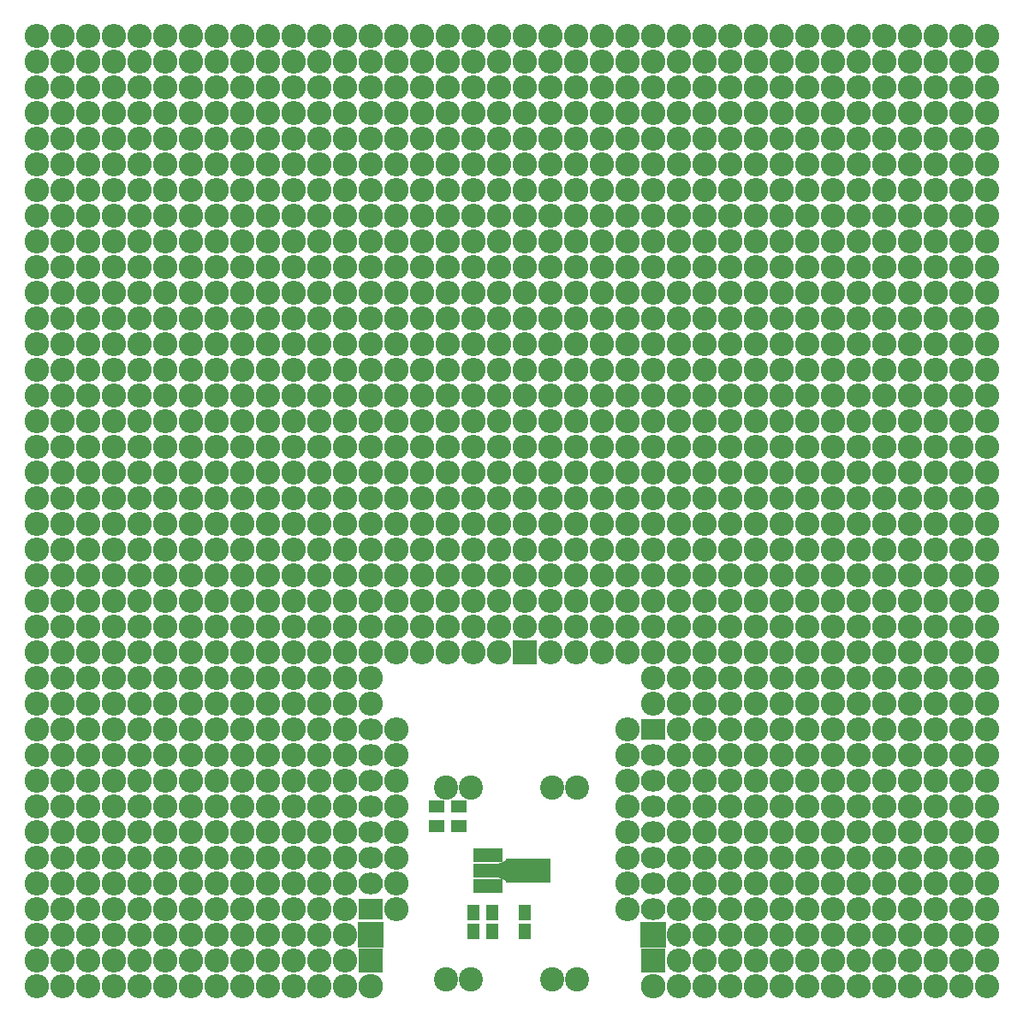
<source format=gbr>
G04 #@! TF.FileFunction,Soldermask,Top*
%FSLAX46Y46*%
G04 Gerber Fmt 4.6, Leading zero omitted, Abs format (unit mm)*
G04 Created by KiCad (PCBNEW 4.0.4+e1-6308~48~ubuntu16.04.1-stable) date Wed Dec 14 21:01:21 2016*
%MOMM*%
%LPD*%
G01*
G04 APERTURE LIST*
%ADD10C,0.100000*%
%ADD11O,2.400000X2.400000*%
%ADD12R,1.150000X1.600000*%
%ADD13R,2.432000X2.432000*%
%ADD14O,2.432000X2.432000*%
%ADD15R,1.600000X1.300000*%
%ADD16R,2.432000X2.127200*%
%ADD17O,2.432000X2.127200*%
%ADD18C,2.400000*%
%ADD19R,2.901900X1.400760*%
%ADD20R,4.400500X2.398980*%
%ADD21R,2.635200X2.635200*%
G04 APERTURE END LIST*
D10*
D11*
X86900000Y-128540000D03*
X114840000Y-128540000D03*
X117380000Y-126000000D03*
X114840000Y-126000000D03*
X86900000Y-126000000D03*
X84360000Y-126000000D03*
X86900000Y-105680000D03*
X86900000Y-108220000D03*
X86900000Y-110760000D03*
X84360000Y-110760000D03*
X84360000Y-108220000D03*
X84360000Y-105680000D03*
X84360000Y-98060000D03*
X84360000Y-100600000D03*
X84360000Y-103140000D03*
X86900000Y-103140000D03*
X86900000Y-100600000D03*
X86900000Y-98060000D03*
X86900000Y-113300000D03*
X86900000Y-115840000D03*
X86900000Y-118380000D03*
X84360000Y-118380000D03*
X84360000Y-115840000D03*
X84360000Y-113300000D03*
X84360000Y-120920000D03*
X84360000Y-123460000D03*
X86900000Y-123460000D03*
X86900000Y-120920000D03*
X86900000Y-90440000D03*
X86900000Y-92980000D03*
X86900000Y-95520000D03*
X84360000Y-95520000D03*
X84360000Y-92980000D03*
X84360000Y-90440000D03*
X84360000Y-82820000D03*
X84360000Y-85360000D03*
X84360000Y-87900000D03*
X86900000Y-87900000D03*
X86900000Y-85360000D03*
X86900000Y-82820000D03*
X86900000Y-67580000D03*
X86900000Y-70120000D03*
X86900000Y-72660000D03*
X84360000Y-72660000D03*
X84360000Y-70120000D03*
X84360000Y-67580000D03*
X84360000Y-75200000D03*
X84360000Y-77740000D03*
X84360000Y-80280000D03*
X86900000Y-80280000D03*
X86900000Y-77740000D03*
X86900000Y-75200000D03*
X86900000Y-62500000D03*
X86900000Y-65040000D03*
X84360000Y-65040000D03*
X84360000Y-62500000D03*
X89440000Y-62500000D03*
X89440000Y-65040000D03*
X91980000Y-65040000D03*
X91980000Y-62500000D03*
X97060000Y-62500000D03*
X97060000Y-65040000D03*
X94520000Y-65040000D03*
X94520000Y-62500000D03*
X104680000Y-62500000D03*
X104680000Y-65040000D03*
X107220000Y-65040000D03*
X107220000Y-62500000D03*
X102140000Y-62500000D03*
X102140000Y-65040000D03*
X99600000Y-65040000D03*
X99600000Y-62500000D03*
X114840000Y-62500000D03*
X114840000Y-65040000D03*
X117380000Y-65040000D03*
X117380000Y-62500000D03*
X109760000Y-62500000D03*
X109760000Y-65040000D03*
X112300000Y-65040000D03*
X112300000Y-62500000D03*
X112300000Y-75200000D03*
X112300000Y-77740000D03*
X112300000Y-80280000D03*
X109760000Y-80280000D03*
X109760000Y-77740000D03*
X109760000Y-75200000D03*
X117380000Y-75200000D03*
X117380000Y-77740000D03*
X117380000Y-80280000D03*
X114840000Y-80280000D03*
X114840000Y-77740000D03*
X114840000Y-75200000D03*
X99600000Y-75200000D03*
X99600000Y-77740000D03*
X99600000Y-80280000D03*
X102140000Y-80280000D03*
X102140000Y-77740000D03*
X102140000Y-75200000D03*
X107220000Y-75200000D03*
X107220000Y-77740000D03*
X107220000Y-80280000D03*
X104680000Y-80280000D03*
X104680000Y-77740000D03*
X104680000Y-75200000D03*
X94520000Y-75200000D03*
X94520000Y-77740000D03*
X94520000Y-80280000D03*
X97060000Y-80280000D03*
X97060000Y-77740000D03*
X97060000Y-75200000D03*
X91980000Y-75200000D03*
X91980000Y-77740000D03*
X91980000Y-80280000D03*
X89440000Y-80280000D03*
X89440000Y-77740000D03*
X89440000Y-75200000D03*
X89440000Y-67580000D03*
X89440000Y-70120000D03*
X89440000Y-72660000D03*
X91980000Y-72660000D03*
X91980000Y-70120000D03*
X91980000Y-67580000D03*
X97060000Y-67580000D03*
X97060000Y-70120000D03*
X97060000Y-72660000D03*
X94520000Y-72660000D03*
X94520000Y-70120000D03*
X94520000Y-67580000D03*
X104680000Y-67580000D03*
X104680000Y-70120000D03*
X104680000Y-72660000D03*
X107220000Y-72660000D03*
X107220000Y-70120000D03*
X107220000Y-67580000D03*
X102140000Y-67580000D03*
X102140000Y-70120000D03*
X102140000Y-72660000D03*
X99600000Y-72660000D03*
X99600000Y-70120000D03*
X99600000Y-67580000D03*
X114840000Y-67580000D03*
X114840000Y-70120000D03*
X114840000Y-72660000D03*
X117380000Y-72660000D03*
X117380000Y-70120000D03*
X117380000Y-67580000D03*
X109760000Y-67580000D03*
X109760000Y-70120000D03*
X109760000Y-72660000D03*
X112300000Y-72660000D03*
X112300000Y-70120000D03*
X112300000Y-67580000D03*
X112300000Y-82820000D03*
X112300000Y-85360000D03*
X112300000Y-87900000D03*
X109760000Y-87900000D03*
X109760000Y-85360000D03*
X109760000Y-82820000D03*
X117380000Y-82820000D03*
X117380000Y-85360000D03*
X117380000Y-87900000D03*
X114840000Y-87900000D03*
X114840000Y-85360000D03*
X114840000Y-82820000D03*
X99600000Y-82820000D03*
X99600000Y-85360000D03*
X99600000Y-87900000D03*
X102140000Y-87900000D03*
X102140000Y-85360000D03*
X102140000Y-82820000D03*
X107220000Y-82820000D03*
X107220000Y-85360000D03*
X107220000Y-87900000D03*
X104680000Y-87900000D03*
X104680000Y-85360000D03*
X104680000Y-82820000D03*
X94520000Y-82820000D03*
X94520000Y-85360000D03*
X94520000Y-87900000D03*
X97060000Y-87900000D03*
X97060000Y-85360000D03*
X97060000Y-82820000D03*
X91980000Y-82820000D03*
X91980000Y-85360000D03*
X91980000Y-87900000D03*
X89440000Y-87900000D03*
X89440000Y-85360000D03*
X89440000Y-82820000D03*
X89440000Y-90440000D03*
X89440000Y-92980000D03*
X89440000Y-95520000D03*
X91980000Y-95520000D03*
X91980000Y-92980000D03*
X91980000Y-90440000D03*
X97060000Y-90440000D03*
X97060000Y-92980000D03*
X97060000Y-95520000D03*
X94520000Y-95520000D03*
X94520000Y-92980000D03*
X94520000Y-90440000D03*
X104680000Y-90440000D03*
X104680000Y-92980000D03*
X104680000Y-95520000D03*
X107220000Y-95520000D03*
X107220000Y-92980000D03*
X107220000Y-90440000D03*
X102140000Y-90440000D03*
X102140000Y-92980000D03*
X102140000Y-95520000D03*
X99600000Y-95520000D03*
X99600000Y-92980000D03*
X99600000Y-90440000D03*
X114840000Y-90440000D03*
X114840000Y-92980000D03*
X114840000Y-95520000D03*
X117380000Y-95520000D03*
X117380000Y-92980000D03*
X117380000Y-90440000D03*
X109760000Y-90440000D03*
X109760000Y-92980000D03*
X109760000Y-95520000D03*
X112300000Y-95520000D03*
X112300000Y-92980000D03*
X112300000Y-90440000D03*
X112300000Y-120920000D03*
X112300000Y-123460000D03*
X109760000Y-123460000D03*
X109760000Y-120920000D03*
X117380000Y-120920000D03*
X117380000Y-123460000D03*
X114840000Y-123460000D03*
X114840000Y-120920000D03*
X99600000Y-120920000D03*
X102140000Y-120920000D03*
X107220000Y-120920000D03*
X107220000Y-123460000D03*
X104680000Y-123460000D03*
X104680000Y-120920000D03*
X94520000Y-120920000D03*
X94520000Y-123460000D03*
X97060000Y-123460000D03*
X97060000Y-120920000D03*
X91980000Y-120920000D03*
X91980000Y-123460000D03*
X89440000Y-123460000D03*
X89440000Y-120920000D03*
X89440000Y-113300000D03*
X89440000Y-115840000D03*
X89440000Y-118380000D03*
X91980000Y-118380000D03*
X91980000Y-115840000D03*
X91980000Y-113300000D03*
X97060000Y-113300000D03*
X97060000Y-115840000D03*
X97060000Y-118380000D03*
X94520000Y-118380000D03*
X94520000Y-115840000D03*
X94520000Y-113300000D03*
X104680000Y-113300000D03*
X104680000Y-115840000D03*
X104680000Y-118380000D03*
X107220000Y-118380000D03*
X107220000Y-115840000D03*
X107220000Y-113300000D03*
X102140000Y-113300000D03*
X102140000Y-115840000D03*
X102140000Y-118380000D03*
X99600000Y-118380000D03*
X99600000Y-115840000D03*
X99600000Y-113300000D03*
X114840000Y-113300000D03*
X114840000Y-115840000D03*
X114840000Y-118380000D03*
X117380000Y-118380000D03*
X117380000Y-115840000D03*
X117380000Y-113300000D03*
X109760000Y-113300000D03*
X109760000Y-115840000D03*
X109760000Y-118380000D03*
X112300000Y-118380000D03*
X112300000Y-115840000D03*
X112300000Y-113300000D03*
X112300000Y-98060000D03*
X112300000Y-100600000D03*
X112300000Y-103140000D03*
X109760000Y-103140000D03*
X109760000Y-100600000D03*
X109760000Y-98060000D03*
X117380000Y-98060000D03*
X117380000Y-100600000D03*
X117380000Y-103140000D03*
X114840000Y-103140000D03*
X114840000Y-100600000D03*
X114840000Y-98060000D03*
X99600000Y-98060000D03*
X99600000Y-100600000D03*
X99600000Y-103140000D03*
X102140000Y-103140000D03*
X102140000Y-100600000D03*
X102140000Y-98060000D03*
X107220000Y-98060000D03*
X107220000Y-100600000D03*
X107220000Y-103140000D03*
X104680000Y-103140000D03*
X104680000Y-100600000D03*
X104680000Y-98060000D03*
X94520000Y-98060000D03*
X94520000Y-100600000D03*
X94520000Y-103140000D03*
X97060000Y-103140000D03*
X97060000Y-100600000D03*
X97060000Y-98060000D03*
X91980000Y-98060000D03*
X91980000Y-100600000D03*
X91980000Y-103140000D03*
X89440000Y-103140000D03*
X89440000Y-100600000D03*
X89440000Y-98060000D03*
X89440000Y-105680000D03*
X89440000Y-108220000D03*
X89440000Y-110760000D03*
X91980000Y-110760000D03*
X91980000Y-108220000D03*
X91980000Y-105680000D03*
X97060000Y-105680000D03*
X97060000Y-108220000D03*
X97060000Y-110760000D03*
X94520000Y-110760000D03*
X94520000Y-108220000D03*
X94520000Y-105680000D03*
X104680000Y-105680000D03*
X104680000Y-108220000D03*
X104680000Y-110760000D03*
X107220000Y-110760000D03*
X107220000Y-108220000D03*
X107220000Y-105680000D03*
X102140000Y-105680000D03*
X102140000Y-108220000D03*
X102140000Y-110760000D03*
X99600000Y-110760000D03*
X99600000Y-108220000D03*
X99600000Y-105680000D03*
X114840000Y-105680000D03*
X114840000Y-108220000D03*
X114840000Y-110760000D03*
X117380000Y-110760000D03*
X117380000Y-108220000D03*
X117380000Y-105680000D03*
X109760000Y-105680000D03*
X109760000Y-108220000D03*
X109760000Y-110760000D03*
X112300000Y-110760000D03*
X112300000Y-108220000D03*
X112300000Y-105680000D03*
X142780000Y-105680000D03*
X142780000Y-108220000D03*
X142780000Y-110760000D03*
X140240000Y-110760000D03*
X140240000Y-108220000D03*
X140240000Y-105680000D03*
X147860000Y-105680000D03*
X147860000Y-108220000D03*
X147860000Y-110760000D03*
X145320000Y-110760000D03*
X145320000Y-108220000D03*
X145320000Y-105680000D03*
X130080000Y-105680000D03*
X130080000Y-108220000D03*
X130080000Y-110760000D03*
X132620000Y-110760000D03*
X132620000Y-108220000D03*
X132620000Y-105680000D03*
X137700000Y-105680000D03*
X137700000Y-108220000D03*
X137700000Y-110760000D03*
X135160000Y-110760000D03*
X135160000Y-108220000D03*
X135160000Y-105680000D03*
X125000000Y-105680000D03*
X125000000Y-108220000D03*
X125000000Y-110760000D03*
X127540000Y-110760000D03*
X127540000Y-108220000D03*
X127540000Y-105680000D03*
X122460000Y-105680000D03*
X122460000Y-108220000D03*
X122460000Y-110760000D03*
X119920000Y-110760000D03*
X119920000Y-108220000D03*
X119920000Y-105680000D03*
X119920000Y-98060000D03*
X119920000Y-100600000D03*
X119920000Y-103140000D03*
X122460000Y-103140000D03*
X122460000Y-100600000D03*
X122460000Y-98060000D03*
X127540000Y-98060000D03*
X127540000Y-100600000D03*
X127540000Y-103140000D03*
X125000000Y-103140000D03*
X125000000Y-100600000D03*
X125000000Y-98060000D03*
X135160000Y-98060000D03*
X135160000Y-100600000D03*
X135160000Y-103140000D03*
X137700000Y-103140000D03*
X137700000Y-100600000D03*
X137700000Y-98060000D03*
X132620000Y-98060000D03*
X132620000Y-100600000D03*
X132620000Y-103140000D03*
X130080000Y-103140000D03*
X130080000Y-100600000D03*
X130080000Y-98060000D03*
X145320000Y-98060000D03*
X145320000Y-100600000D03*
X145320000Y-103140000D03*
X147860000Y-103140000D03*
X147860000Y-100600000D03*
X147860000Y-98060000D03*
X140240000Y-98060000D03*
X140240000Y-100600000D03*
X140240000Y-103140000D03*
X142780000Y-103140000D03*
X142780000Y-100600000D03*
X142780000Y-98060000D03*
X142780000Y-113300000D03*
X142780000Y-115840000D03*
X142780000Y-118380000D03*
X140240000Y-118380000D03*
X140240000Y-115840000D03*
X140240000Y-113300000D03*
X147860000Y-113300000D03*
X147860000Y-115840000D03*
X147860000Y-118380000D03*
X145320000Y-118380000D03*
X145320000Y-115840000D03*
X145320000Y-113300000D03*
X130080000Y-113300000D03*
X130080000Y-115840000D03*
X130080000Y-118380000D03*
X132620000Y-118380000D03*
X132620000Y-115840000D03*
X132620000Y-113300000D03*
X137700000Y-113300000D03*
X137700000Y-115840000D03*
X137700000Y-118380000D03*
X135160000Y-118380000D03*
X135160000Y-115840000D03*
X135160000Y-113300000D03*
X125000000Y-113300000D03*
X125000000Y-115840000D03*
X125000000Y-118380000D03*
X127540000Y-118380000D03*
X127540000Y-115840000D03*
X127540000Y-113300000D03*
X122460000Y-113300000D03*
X122460000Y-115840000D03*
X122460000Y-118380000D03*
X119920000Y-118380000D03*
X119920000Y-115840000D03*
X119920000Y-113300000D03*
X119920000Y-120920000D03*
X119920000Y-123460000D03*
X119920000Y-126000000D03*
X122460000Y-126000000D03*
X122460000Y-123460000D03*
X122460000Y-120920000D03*
X127540000Y-120920000D03*
X127540000Y-123460000D03*
X127540000Y-126000000D03*
X125000000Y-126000000D03*
X125000000Y-123460000D03*
X125000000Y-120920000D03*
X135160000Y-120920000D03*
X135160000Y-123460000D03*
X135160000Y-126000000D03*
X137700000Y-126000000D03*
X137700000Y-123460000D03*
X137700000Y-120920000D03*
X132620000Y-120920000D03*
X132620000Y-123460000D03*
X132620000Y-126000000D03*
X130080000Y-126000000D03*
X130080000Y-123460000D03*
X130080000Y-120920000D03*
X145320000Y-120920000D03*
X145320000Y-123460000D03*
X145320000Y-126000000D03*
X147860000Y-126000000D03*
X147860000Y-123460000D03*
X147860000Y-120920000D03*
X140240000Y-120920000D03*
X140240000Y-123460000D03*
X140240000Y-126000000D03*
X142780000Y-126000000D03*
X142780000Y-123460000D03*
X142780000Y-120920000D03*
X142780000Y-90440000D03*
X142780000Y-92980000D03*
X142780000Y-95520000D03*
X140240000Y-95520000D03*
X140240000Y-92980000D03*
X140240000Y-90440000D03*
X147860000Y-90440000D03*
X147860000Y-92980000D03*
X147860000Y-95520000D03*
X145320000Y-95520000D03*
X145320000Y-92980000D03*
X145320000Y-90440000D03*
X130080000Y-90440000D03*
X130080000Y-92980000D03*
X130080000Y-95520000D03*
X132620000Y-95520000D03*
X132620000Y-92980000D03*
X132620000Y-90440000D03*
X137700000Y-90440000D03*
X137700000Y-92980000D03*
X137700000Y-95520000D03*
X135160000Y-95520000D03*
X135160000Y-92980000D03*
X135160000Y-90440000D03*
X125000000Y-90440000D03*
X125000000Y-92980000D03*
X125000000Y-95520000D03*
X127540000Y-95520000D03*
X127540000Y-92980000D03*
X127540000Y-90440000D03*
X122460000Y-90440000D03*
X122460000Y-92980000D03*
X122460000Y-95520000D03*
X119920000Y-95520000D03*
X119920000Y-92980000D03*
X119920000Y-90440000D03*
X119920000Y-82820000D03*
X119920000Y-85360000D03*
X119920000Y-87900000D03*
X122460000Y-87900000D03*
X122460000Y-85360000D03*
X122460000Y-82820000D03*
X127540000Y-82820000D03*
X127540000Y-85360000D03*
X127540000Y-87900000D03*
X125000000Y-87900000D03*
X125000000Y-85360000D03*
X125000000Y-82820000D03*
X135160000Y-82820000D03*
X135160000Y-85360000D03*
X135160000Y-87900000D03*
X137700000Y-87900000D03*
X137700000Y-85360000D03*
X137700000Y-82820000D03*
X132620000Y-82820000D03*
X132620000Y-85360000D03*
X132620000Y-87900000D03*
X130080000Y-87900000D03*
X130080000Y-85360000D03*
X130080000Y-82820000D03*
X145320000Y-82820000D03*
X145320000Y-85360000D03*
X145320000Y-87900000D03*
X147860000Y-87900000D03*
X147860000Y-85360000D03*
X147860000Y-82820000D03*
X140240000Y-82820000D03*
X140240000Y-85360000D03*
X140240000Y-87900000D03*
X142780000Y-87900000D03*
X142780000Y-85360000D03*
X142780000Y-82820000D03*
X142780000Y-67580000D03*
X142780000Y-70120000D03*
X142780000Y-72660000D03*
X140240000Y-72660000D03*
X140240000Y-70120000D03*
X140240000Y-67580000D03*
X147860000Y-67580000D03*
X147860000Y-70120000D03*
X147860000Y-72660000D03*
X145320000Y-72660000D03*
X145320000Y-70120000D03*
X145320000Y-67580000D03*
X130080000Y-67580000D03*
X130080000Y-70120000D03*
X130080000Y-72660000D03*
X132620000Y-72660000D03*
X132620000Y-70120000D03*
X132620000Y-67580000D03*
X137700000Y-67580000D03*
X137700000Y-70120000D03*
X137700000Y-72660000D03*
X135160000Y-72660000D03*
X135160000Y-70120000D03*
X135160000Y-67580000D03*
X125000000Y-67580000D03*
X125000000Y-70120000D03*
X125000000Y-72660000D03*
X127540000Y-72660000D03*
X127540000Y-70120000D03*
X127540000Y-67580000D03*
X122460000Y-67580000D03*
X122460000Y-70120000D03*
X122460000Y-72660000D03*
X119920000Y-72660000D03*
X119920000Y-70120000D03*
X119920000Y-67580000D03*
X119920000Y-75200000D03*
X119920000Y-77740000D03*
X119920000Y-80280000D03*
X122460000Y-80280000D03*
X122460000Y-77740000D03*
X122460000Y-75200000D03*
X127540000Y-75200000D03*
X127540000Y-77740000D03*
X127540000Y-80280000D03*
X125000000Y-80280000D03*
X125000000Y-77740000D03*
X125000000Y-75200000D03*
X135160000Y-75200000D03*
X135160000Y-77740000D03*
X135160000Y-80280000D03*
X137700000Y-80280000D03*
X137700000Y-77740000D03*
X137700000Y-75200000D03*
X132620000Y-75200000D03*
X132620000Y-77740000D03*
X132620000Y-80280000D03*
X130080000Y-80280000D03*
X130080000Y-77740000D03*
X130080000Y-75200000D03*
X145320000Y-75200000D03*
X145320000Y-77740000D03*
X145320000Y-80280000D03*
X147860000Y-80280000D03*
X147860000Y-77740000D03*
X147860000Y-75200000D03*
X140240000Y-75200000D03*
X140240000Y-77740000D03*
X140240000Y-80280000D03*
X142780000Y-80280000D03*
X142780000Y-77740000D03*
X142780000Y-75200000D03*
X142780000Y-62500000D03*
X142780000Y-65040000D03*
X140240000Y-65040000D03*
X140240000Y-62500000D03*
X147860000Y-62500000D03*
X147860000Y-65040000D03*
X145320000Y-65040000D03*
X145320000Y-62500000D03*
X130080000Y-62500000D03*
X130080000Y-65040000D03*
X132620000Y-65040000D03*
X132620000Y-62500000D03*
X137700000Y-62500000D03*
X137700000Y-65040000D03*
X135160000Y-65040000D03*
X135160000Y-62500000D03*
X125000000Y-62500000D03*
X125000000Y-65040000D03*
X127540000Y-65040000D03*
X127540000Y-62500000D03*
X122460000Y-62500000D03*
X122460000Y-65040000D03*
X119920000Y-65040000D03*
X119920000Y-62500000D03*
X53880000Y-62500000D03*
X53880000Y-65040000D03*
X56420000Y-65040000D03*
X56420000Y-62500000D03*
X61500000Y-62500000D03*
X61500000Y-65040000D03*
X58960000Y-65040000D03*
X58960000Y-62500000D03*
X69120000Y-62500000D03*
X69120000Y-65040000D03*
X71660000Y-65040000D03*
X71660000Y-62500000D03*
X66580000Y-62500000D03*
X66580000Y-65040000D03*
X64040000Y-65040000D03*
X64040000Y-62500000D03*
X79280000Y-62500000D03*
X79280000Y-65040000D03*
X81820000Y-65040000D03*
X81820000Y-62500000D03*
X74200000Y-62500000D03*
X74200000Y-65040000D03*
X76740000Y-65040000D03*
X76740000Y-62500000D03*
X76740000Y-75200000D03*
X76740000Y-77740000D03*
X76740000Y-80280000D03*
X74200000Y-80280000D03*
X74200000Y-77740000D03*
X74200000Y-75200000D03*
X81820000Y-75200000D03*
X81820000Y-77740000D03*
X81820000Y-80280000D03*
X79280000Y-80280000D03*
X79280000Y-77740000D03*
X79280000Y-75200000D03*
X64040000Y-75200000D03*
X64040000Y-77740000D03*
X64040000Y-80280000D03*
X66580000Y-80280000D03*
X66580000Y-77740000D03*
X66580000Y-75200000D03*
X71660000Y-75200000D03*
X71660000Y-77740000D03*
X71660000Y-80280000D03*
X69120000Y-80280000D03*
X69120000Y-77740000D03*
X69120000Y-75200000D03*
X58960000Y-75200000D03*
X58960000Y-77740000D03*
X58960000Y-80280000D03*
X61500000Y-80280000D03*
X61500000Y-77740000D03*
X61500000Y-75200000D03*
X56420000Y-75200000D03*
X56420000Y-77740000D03*
X56420000Y-80280000D03*
X53880000Y-80280000D03*
X53880000Y-77740000D03*
X53880000Y-75200000D03*
X53880000Y-67580000D03*
X53880000Y-70120000D03*
X53880000Y-72660000D03*
X56420000Y-72660000D03*
X56420000Y-70120000D03*
X56420000Y-67580000D03*
X61500000Y-67580000D03*
X61500000Y-70120000D03*
X61500000Y-72660000D03*
X58960000Y-72660000D03*
X58960000Y-70120000D03*
X58960000Y-67580000D03*
X69120000Y-67580000D03*
X69120000Y-70120000D03*
X69120000Y-72660000D03*
X71660000Y-72660000D03*
X71660000Y-70120000D03*
X71660000Y-67580000D03*
X66580000Y-67580000D03*
X66580000Y-70120000D03*
X66580000Y-72660000D03*
X64040000Y-72660000D03*
X64040000Y-70120000D03*
X64040000Y-67580000D03*
X79280000Y-67580000D03*
X79280000Y-70120000D03*
X79280000Y-72660000D03*
X81820000Y-72660000D03*
X81820000Y-70120000D03*
X81820000Y-67580000D03*
X74200000Y-67580000D03*
X74200000Y-70120000D03*
X74200000Y-72660000D03*
X76740000Y-72660000D03*
X76740000Y-70120000D03*
X76740000Y-67580000D03*
X76740000Y-82820000D03*
X76740000Y-85360000D03*
X76740000Y-87900000D03*
X74200000Y-87900000D03*
X74200000Y-85360000D03*
X74200000Y-82820000D03*
X81820000Y-82820000D03*
X81820000Y-85360000D03*
X81820000Y-87900000D03*
X79280000Y-87900000D03*
X79280000Y-85360000D03*
X79280000Y-82820000D03*
X64040000Y-82820000D03*
X64040000Y-85360000D03*
X64040000Y-87900000D03*
X66580000Y-87900000D03*
X66580000Y-85360000D03*
X66580000Y-82820000D03*
X71660000Y-82820000D03*
X71660000Y-85360000D03*
X71660000Y-87900000D03*
X69120000Y-87900000D03*
X69120000Y-85360000D03*
X69120000Y-82820000D03*
X58960000Y-82820000D03*
X58960000Y-85360000D03*
X58960000Y-87900000D03*
X61500000Y-87900000D03*
X61500000Y-85360000D03*
X61500000Y-82820000D03*
X56420000Y-82820000D03*
X56420000Y-85360000D03*
X56420000Y-87900000D03*
X53880000Y-87900000D03*
X53880000Y-85360000D03*
X53880000Y-82820000D03*
X53880000Y-90440000D03*
X53880000Y-92980000D03*
X53880000Y-95520000D03*
X56420000Y-95520000D03*
X56420000Y-92980000D03*
X56420000Y-90440000D03*
X61500000Y-90440000D03*
X61500000Y-92980000D03*
X61500000Y-95520000D03*
X58960000Y-95520000D03*
X58960000Y-92980000D03*
X58960000Y-90440000D03*
X69120000Y-90440000D03*
X69120000Y-92980000D03*
X69120000Y-95520000D03*
X71660000Y-95520000D03*
X71660000Y-92980000D03*
X71660000Y-90440000D03*
X66580000Y-90440000D03*
X66580000Y-92980000D03*
X66580000Y-95520000D03*
X64040000Y-95520000D03*
X64040000Y-92980000D03*
X64040000Y-90440000D03*
X79280000Y-90440000D03*
X79280000Y-92980000D03*
X79280000Y-95520000D03*
X81820000Y-95520000D03*
X81820000Y-92980000D03*
X81820000Y-90440000D03*
X74200000Y-90440000D03*
X74200000Y-92980000D03*
X74200000Y-95520000D03*
X76740000Y-95520000D03*
X76740000Y-92980000D03*
X76740000Y-90440000D03*
X76740000Y-120920000D03*
X76740000Y-123460000D03*
X76740000Y-126000000D03*
X74200000Y-126000000D03*
X74200000Y-123460000D03*
X74200000Y-120920000D03*
X81820000Y-120920000D03*
X81820000Y-123460000D03*
X81820000Y-126000000D03*
X79280000Y-126000000D03*
X79280000Y-123460000D03*
X79280000Y-120920000D03*
X64040000Y-120920000D03*
X64040000Y-123460000D03*
X64040000Y-126000000D03*
X66580000Y-126000000D03*
X66580000Y-123460000D03*
X66580000Y-120920000D03*
X71660000Y-120920000D03*
X71660000Y-123460000D03*
X71660000Y-126000000D03*
X69120000Y-126000000D03*
X69120000Y-123460000D03*
X69120000Y-120920000D03*
X58960000Y-120920000D03*
X58960000Y-123460000D03*
X58960000Y-126000000D03*
X61500000Y-126000000D03*
X61500000Y-123460000D03*
X61500000Y-120920000D03*
X56420000Y-120920000D03*
X56420000Y-123460000D03*
X56420000Y-126000000D03*
X53880000Y-126000000D03*
X53880000Y-123460000D03*
X53880000Y-120920000D03*
X53880000Y-113300000D03*
X53880000Y-115840000D03*
X53880000Y-118380000D03*
X56420000Y-118380000D03*
X56420000Y-115840000D03*
X56420000Y-113300000D03*
X61500000Y-113300000D03*
X61500000Y-115840000D03*
X61500000Y-118380000D03*
X58960000Y-118380000D03*
X58960000Y-115840000D03*
X58960000Y-113300000D03*
X69120000Y-113300000D03*
X69120000Y-115840000D03*
X69120000Y-118380000D03*
X71660000Y-118380000D03*
X71660000Y-115840000D03*
X71660000Y-113300000D03*
X66580000Y-113300000D03*
X66580000Y-115840000D03*
X66580000Y-118380000D03*
X64040000Y-118380000D03*
X64040000Y-115840000D03*
X64040000Y-113300000D03*
X79280000Y-113300000D03*
X79280000Y-115840000D03*
X79280000Y-118380000D03*
X81820000Y-118380000D03*
X81820000Y-115840000D03*
X81820000Y-113300000D03*
X74200000Y-113300000D03*
X74200000Y-115840000D03*
X74200000Y-118380000D03*
X76740000Y-118380000D03*
X76740000Y-115840000D03*
X76740000Y-113300000D03*
X76740000Y-98060000D03*
X76740000Y-100600000D03*
X76740000Y-103140000D03*
X74200000Y-103140000D03*
X74200000Y-100600000D03*
X74200000Y-98060000D03*
X81820000Y-98060000D03*
X81820000Y-100600000D03*
X81820000Y-103140000D03*
X79280000Y-103140000D03*
X79280000Y-100600000D03*
X79280000Y-98060000D03*
X64040000Y-98060000D03*
X64040000Y-100600000D03*
X64040000Y-103140000D03*
X66580000Y-103140000D03*
X66580000Y-100600000D03*
X66580000Y-98060000D03*
X71660000Y-98060000D03*
X71660000Y-100600000D03*
X71660000Y-103140000D03*
X69120000Y-103140000D03*
X69120000Y-100600000D03*
X69120000Y-98060000D03*
X58960000Y-98060000D03*
X58960000Y-100600000D03*
X58960000Y-103140000D03*
X61500000Y-103140000D03*
X61500000Y-100600000D03*
X61500000Y-98060000D03*
X56420000Y-98060000D03*
X56420000Y-100600000D03*
X56420000Y-103140000D03*
X53880000Y-103140000D03*
X53880000Y-100600000D03*
X53880000Y-98060000D03*
X53880000Y-105680000D03*
X53880000Y-108220000D03*
X53880000Y-110760000D03*
X56420000Y-110760000D03*
X56420000Y-108220000D03*
X56420000Y-105680000D03*
X61500000Y-105680000D03*
X61500000Y-108220000D03*
X61500000Y-110760000D03*
X58960000Y-110760000D03*
X58960000Y-108220000D03*
X58960000Y-105680000D03*
X69120000Y-105680000D03*
X69120000Y-108220000D03*
X69120000Y-110760000D03*
X71660000Y-110760000D03*
X71660000Y-108220000D03*
X71660000Y-105680000D03*
X66580000Y-105680000D03*
X66580000Y-108220000D03*
X66580000Y-110760000D03*
X64040000Y-110760000D03*
X64040000Y-108220000D03*
X64040000Y-105680000D03*
X79280000Y-105680000D03*
X79280000Y-108220000D03*
X79280000Y-110760000D03*
X81820000Y-110760000D03*
X81820000Y-108220000D03*
X81820000Y-105680000D03*
X74200000Y-105680000D03*
X74200000Y-108220000D03*
X74200000Y-110760000D03*
X76740000Y-110760000D03*
X76740000Y-108220000D03*
X76740000Y-105680000D03*
X147860000Y-136160000D03*
X147860000Y-138700000D03*
X147860000Y-141240000D03*
X147860000Y-133620000D03*
X147860000Y-131080000D03*
X147860000Y-128540000D03*
X119920000Y-136160000D03*
X119920000Y-138700000D03*
X119920000Y-141240000D03*
X117380000Y-141240000D03*
X117380000Y-138700000D03*
X117380000Y-136160000D03*
X127540000Y-136160000D03*
X127540000Y-138700000D03*
X127540000Y-141240000D03*
X130080000Y-141240000D03*
X130080000Y-138700000D03*
X130080000Y-136160000D03*
X125000000Y-136160000D03*
X125000000Y-138700000D03*
X125000000Y-141240000D03*
X122460000Y-141240000D03*
X122460000Y-138700000D03*
X122460000Y-136160000D03*
X137700000Y-136160000D03*
X137700000Y-138700000D03*
X137700000Y-141240000D03*
X140240000Y-141240000D03*
X140240000Y-138700000D03*
X140240000Y-136160000D03*
X145320000Y-136160000D03*
X145320000Y-138700000D03*
X145320000Y-141240000D03*
X142780000Y-141240000D03*
X142780000Y-138700000D03*
X142780000Y-136160000D03*
X132620000Y-136160000D03*
X132620000Y-138700000D03*
X132620000Y-141240000D03*
X135160000Y-141240000D03*
X135160000Y-138700000D03*
X135160000Y-136160000D03*
X137700000Y-128540000D03*
X137700000Y-131080000D03*
X137700000Y-133620000D03*
X135160000Y-133620000D03*
X135160000Y-131080000D03*
X135160000Y-128540000D03*
X142780000Y-128540000D03*
X142780000Y-131080000D03*
X142780000Y-133620000D03*
X140240000Y-133620000D03*
X140240000Y-131080000D03*
X140240000Y-128540000D03*
X125000000Y-128540000D03*
X125000000Y-131080000D03*
X125000000Y-133620000D03*
X127540000Y-133620000D03*
X127540000Y-131080000D03*
X127540000Y-128540000D03*
X132620000Y-128540000D03*
X132620000Y-131080000D03*
X132620000Y-133620000D03*
X130080000Y-133620000D03*
X130080000Y-131080000D03*
X130080000Y-128540000D03*
X119920000Y-128540000D03*
X119920000Y-131080000D03*
X119920000Y-133620000D03*
X122460000Y-133620000D03*
X122460000Y-131080000D03*
X122460000Y-128540000D03*
X117380000Y-128540000D03*
X117380000Y-131080000D03*
X117380000Y-133620000D03*
X145320000Y-133620000D03*
X145320000Y-131080000D03*
X145320000Y-128540000D03*
X76740000Y-136160000D03*
X76740000Y-138700000D03*
X76740000Y-141240000D03*
X74200000Y-141240000D03*
X74200000Y-138700000D03*
X74200000Y-136160000D03*
X84360000Y-136160000D03*
X84360000Y-138700000D03*
X84360000Y-141240000D03*
X81820000Y-136160000D03*
X81820000Y-138700000D03*
X81820000Y-141240000D03*
X79280000Y-141240000D03*
X79280000Y-138700000D03*
X79280000Y-136160000D03*
X64040000Y-136160000D03*
X64040000Y-138700000D03*
X64040000Y-141240000D03*
X66580000Y-141240000D03*
X66580000Y-138700000D03*
X66580000Y-136160000D03*
X71660000Y-136160000D03*
X71660000Y-138700000D03*
X71660000Y-141240000D03*
X69120000Y-141240000D03*
X69120000Y-138700000D03*
X69120000Y-136160000D03*
X58960000Y-136160000D03*
X58960000Y-138700000D03*
X58960000Y-141240000D03*
X61500000Y-141240000D03*
X61500000Y-138700000D03*
X61500000Y-136160000D03*
X56420000Y-136160000D03*
X56420000Y-138700000D03*
X56420000Y-141240000D03*
X53880000Y-141240000D03*
X53880000Y-138700000D03*
X53880000Y-136160000D03*
X53880000Y-128540000D03*
X53880000Y-131080000D03*
X53880000Y-133620000D03*
X56420000Y-133620000D03*
X56420000Y-131080000D03*
X56420000Y-128540000D03*
X61500000Y-128540000D03*
X61500000Y-131080000D03*
X61500000Y-133620000D03*
X58960000Y-133620000D03*
X58960000Y-131080000D03*
X58960000Y-128540000D03*
X69120000Y-128540000D03*
X69120000Y-131080000D03*
X69120000Y-133620000D03*
X71660000Y-133620000D03*
X71660000Y-131080000D03*
X71660000Y-128540000D03*
X66580000Y-128540000D03*
X66580000Y-131080000D03*
X66580000Y-133620000D03*
X64040000Y-133620000D03*
X64040000Y-131080000D03*
X64040000Y-128540000D03*
X79280000Y-128540000D03*
X79280000Y-131080000D03*
X79280000Y-133620000D03*
X81820000Y-133620000D03*
X81820000Y-131080000D03*
X81820000Y-128540000D03*
X84360000Y-133620000D03*
X84360000Y-131080000D03*
X84360000Y-128540000D03*
X74200000Y-128540000D03*
X74200000Y-131080000D03*
X74200000Y-133620000D03*
X76740000Y-133620000D03*
X76740000Y-131080000D03*
X76740000Y-128540000D03*
X147860000Y-143780000D03*
X147860000Y-146320000D03*
X147860000Y-148860000D03*
X117380000Y-143780000D03*
X117380000Y-146320000D03*
X117380000Y-148860000D03*
X119920000Y-148860000D03*
X119920000Y-146320000D03*
X119920000Y-143780000D03*
X125000000Y-143780000D03*
X125000000Y-146320000D03*
X125000000Y-148860000D03*
X122460000Y-148860000D03*
X122460000Y-146320000D03*
X122460000Y-143780000D03*
X132620000Y-143780000D03*
X132620000Y-146320000D03*
X132620000Y-148860000D03*
X135160000Y-148860000D03*
X135160000Y-146320000D03*
X135160000Y-143780000D03*
X130080000Y-143780000D03*
X130080000Y-146320000D03*
X130080000Y-148860000D03*
X127540000Y-148860000D03*
X127540000Y-146320000D03*
X127540000Y-143780000D03*
X142780000Y-143780000D03*
X142780000Y-146320000D03*
X142780000Y-148860000D03*
X145320000Y-148860000D03*
X145320000Y-146320000D03*
X145320000Y-143780000D03*
X137700000Y-143780000D03*
X137700000Y-146320000D03*
X137700000Y-148860000D03*
X140240000Y-148860000D03*
X140240000Y-146320000D03*
X140240000Y-143780000D03*
X76740000Y-143780000D03*
X76740000Y-146320000D03*
X76740000Y-148860000D03*
X74200000Y-148860000D03*
X74200000Y-146320000D03*
X74200000Y-143780000D03*
X84360000Y-143780000D03*
X84360000Y-146320000D03*
X84360000Y-148860000D03*
X81820000Y-143780000D03*
X81820000Y-146320000D03*
X81820000Y-148860000D03*
X79280000Y-148860000D03*
X79280000Y-146320000D03*
X79280000Y-143780000D03*
X64040000Y-143780000D03*
X64040000Y-146320000D03*
X64040000Y-148860000D03*
X66580000Y-148860000D03*
X66580000Y-146320000D03*
X66580000Y-143780000D03*
X71660000Y-143780000D03*
X71660000Y-146320000D03*
X71660000Y-148860000D03*
X69120000Y-148860000D03*
X69120000Y-146320000D03*
X69120000Y-143780000D03*
X58960000Y-143780000D03*
X58960000Y-146320000D03*
X58960000Y-148860000D03*
X61500000Y-148860000D03*
X61500000Y-146320000D03*
X61500000Y-143780000D03*
X56420000Y-143780000D03*
X56420000Y-146320000D03*
X56420000Y-148860000D03*
X53880000Y-148860000D03*
X53880000Y-146320000D03*
X53880000Y-143780000D03*
X53880000Y-151400000D03*
X53880000Y-153940000D03*
X53880000Y-156480000D03*
X56420000Y-156480000D03*
X56420000Y-153940000D03*
X56420000Y-151400000D03*
X61500000Y-151400000D03*
X61500000Y-153940000D03*
X61500000Y-156480000D03*
X58960000Y-156480000D03*
X58960000Y-153940000D03*
X58960000Y-151400000D03*
X69120000Y-151400000D03*
X69120000Y-153940000D03*
X69120000Y-156480000D03*
X71660000Y-156480000D03*
X71660000Y-153940000D03*
X71660000Y-151400000D03*
X66580000Y-151400000D03*
X66580000Y-153940000D03*
X66580000Y-156480000D03*
X64040000Y-156480000D03*
X64040000Y-153940000D03*
X64040000Y-151400000D03*
X79280000Y-151400000D03*
X79280000Y-153940000D03*
X79280000Y-156480000D03*
X81820000Y-156480000D03*
X81820000Y-153940000D03*
X81820000Y-151400000D03*
X84360000Y-156480000D03*
X84360000Y-153940000D03*
X84360000Y-151400000D03*
X74200000Y-151400000D03*
X74200000Y-153940000D03*
X74200000Y-156480000D03*
X76740000Y-156480000D03*
X76740000Y-153940000D03*
X76740000Y-151400000D03*
X137700000Y-151400000D03*
X137700000Y-153940000D03*
X137700000Y-156480000D03*
X135160000Y-156480000D03*
X135160000Y-153940000D03*
X135160000Y-151400000D03*
X145320000Y-151400000D03*
X145320000Y-153940000D03*
X145320000Y-156480000D03*
X147860000Y-156480000D03*
X147860000Y-153940000D03*
X147860000Y-151400000D03*
X142780000Y-151400000D03*
X142780000Y-153940000D03*
X142780000Y-156480000D03*
X140240000Y-156480000D03*
X140240000Y-153940000D03*
X140240000Y-151400000D03*
X125000000Y-151400000D03*
X125000000Y-153940000D03*
X125000000Y-156480000D03*
X127540000Y-156480000D03*
X127540000Y-153940000D03*
X127540000Y-151400000D03*
X132620000Y-151400000D03*
X132620000Y-153940000D03*
X132620000Y-156480000D03*
X130080000Y-156480000D03*
X130080000Y-153940000D03*
X130080000Y-151400000D03*
X119920000Y-151400000D03*
X119920000Y-153940000D03*
X119920000Y-156480000D03*
X122460000Y-156480000D03*
X122460000Y-153940000D03*
X122460000Y-151400000D03*
X117380000Y-151400000D03*
X117380000Y-153940000D03*
X117380000Y-156480000D03*
X89440000Y-131080000D03*
X89440000Y-133620000D03*
X89440000Y-136160000D03*
X89440000Y-138700000D03*
X89440000Y-141240000D03*
X89440000Y-143780000D03*
X89440000Y-146320000D03*
X89440000Y-148860000D03*
X112300000Y-148860000D03*
X112300000Y-146320000D03*
X112300000Y-143780000D03*
X112300000Y-141240000D03*
X112300000Y-138700000D03*
X112300000Y-136160000D03*
X112300000Y-133620000D03*
X112300000Y-131080000D03*
D12*
X97060000Y-151080000D03*
X97060000Y-149180000D03*
X98965000Y-151080000D03*
X98965000Y-149180000D03*
X102140000Y-151080000D03*
X102140000Y-149180000D03*
D13*
X102140000Y-123460000D03*
D14*
X99600000Y-123460000D03*
D15*
X93420000Y-140605000D03*
X95620000Y-140605000D03*
X93420000Y-138700000D03*
X95620000Y-138700000D03*
D16*
X114840000Y-131080000D03*
D17*
X114840000Y-133620000D03*
X114840000Y-136160000D03*
X114840000Y-138700000D03*
X114840000Y-141240000D03*
X114840000Y-143780000D03*
X114840000Y-146320000D03*
X114840000Y-148860000D03*
D16*
X86900000Y-148860000D03*
D17*
X86900000Y-146320000D03*
X86900000Y-143780000D03*
X86900000Y-141240000D03*
X86900000Y-138700000D03*
X86900000Y-136160000D03*
X86900000Y-133620000D03*
X86900000Y-131080000D03*
D18*
X107370000Y-136820000D03*
X104870000Y-136820000D03*
X96870000Y-136820000D03*
X94370000Y-136820000D03*
X96870000Y-155820000D03*
X94370000Y-155820000D03*
X107370000Y-155820000D03*
X104870000Y-155820000D03*
D19*
X98517960Y-143548860D03*
X98517960Y-145050000D03*
X98517960Y-146551140D03*
D20*
X102470200Y-145050000D03*
D10*
G36*
X100695350Y-146250760D02*
X99546050Y-145750380D01*
X99546050Y-144349620D01*
X100695350Y-143849240D01*
X100695350Y-146250760D01*
X100695350Y-146250760D01*
G37*
D21*
X114840000Y-151400000D03*
D13*
X86900000Y-153940000D03*
D14*
X86900000Y-156480000D03*
D21*
X86900000Y-151400000D03*
D13*
X114840000Y-153940000D03*
D14*
X114840000Y-156480000D03*
M02*

</source>
